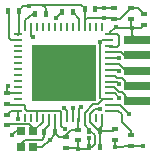
<source format=gbl>
%TF.GenerationSoftware,KiCad,Pcbnew,4.0.6+dfsg1-1*%
%TF.CreationDate,2017-09-07T21:46:30+02:00*%
%TF.ProjectId,fx2grok-tiny,66783267726F6B2D74696E792E6B6963,rev?*%
%TF.FileFunction,Copper,L2,Bot,Signal*%
%FSLAX46Y46*%
G04 Gerber Fmt 4.6, Leading zero omitted, Abs format (unit mm)*
G04 Created by KiCad (PCBNEW 4.0.6+dfsg1-1) date Thu Sep  7 21:46:30 2017*
%MOMM*%
%LPD*%
G01*
G04 APERTURE LIST*
%ADD10C,0.150000*%
%ADD11R,0.599440X0.398780*%
%ADD12R,5.499100X4.800600*%
%ADD13R,0.690880X0.279400*%
%ADD14R,0.279400X0.690880*%
%ADD15R,0.398780X0.599440*%
%ADD16R,0.650240X0.749300*%
%ADD17R,2.200300X0.759460*%
%ADD18C,0.449580*%
%ADD19C,0.127000*%
G04 APERTURE END LIST*
D10*
D11*
X77343000Y-39311580D03*
X77343000Y-38412420D03*
D12*
X73101200Y-43865800D03*
D13*
X76946760Y-40612060D03*
X76946760Y-41112440D03*
X76946760Y-41612820D03*
X76946760Y-42113200D03*
X76946760Y-42611040D03*
X76946760Y-43111420D03*
X76946760Y-43611800D03*
X76946760Y-44112180D03*
X76946760Y-44612560D03*
X76946760Y-45112940D03*
X76946760Y-45613320D03*
X76946760Y-46113700D03*
X76946760Y-46611540D03*
X76946760Y-47111920D03*
D14*
X76347320Y-40012620D03*
X75846940Y-40012620D03*
X75346560Y-40012620D03*
X74846180Y-40012620D03*
X74345800Y-40012620D03*
X73845420Y-40012620D03*
X73345040Y-40012620D03*
X72847200Y-40012620D03*
X72346820Y-40012620D03*
X71846440Y-40012620D03*
X71346060Y-40012620D03*
X70845680Y-40012620D03*
X70345300Y-40012620D03*
X69847460Y-40012620D03*
D13*
X69245480Y-40612060D03*
X69245480Y-41064180D03*
X69245480Y-41562020D03*
X69245480Y-42062400D03*
X69245480Y-42562780D03*
X69245480Y-43063160D03*
X69245480Y-43563540D03*
X69245480Y-44063920D03*
X69245480Y-44564300D03*
X69245480Y-45062140D03*
X69245480Y-45562520D03*
X69245480Y-46062900D03*
X69245480Y-46563280D03*
X69245480Y-47063660D03*
D14*
X69844920Y-47663100D03*
X70345300Y-47663100D03*
X70845680Y-47663100D03*
X71346060Y-47663100D03*
X71846440Y-47663100D03*
X72346820Y-47663100D03*
X72847200Y-47663100D03*
X73345040Y-47663100D03*
X73845420Y-47663100D03*
X74345800Y-47663100D03*
X74846180Y-47663100D03*
X75346560Y-47663100D03*
X75846940Y-47663100D03*
X76347320Y-47663100D03*
D11*
X79883000Y-38920420D03*
X79883000Y-39819580D03*
D15*
X74861420Y-38481000D03*
X75760580Y-38481000D03*
X71569580Y-38862000D03*
X70670420Y-38862000D03*
D11*
X78740000Y-38412420D03*
X78740000Y-39311580D03*
D15*
X75242420Y-50165000D03*
X76141580Y-50165000D03*
X75242420Y-48768000D03*
X76141580Y-48768000D03*
D11*
X68300600Y-46499780D03*
X68300600Y-45600620D03*
X74295000Y-49598580D03*
X74295000Y-48699420D03*
X77406500Y-49535080D03*
X77406500Y-48635920D03*
D15*
X71432420Y-48895000D03*
X72331580Y-48895000D03*
D11*
X68300600Y-48300640D03*
X68300600Y-47401480D03*
D15*
X69283580Y-38608000D03*
X68384420Y-38608000D03*
D11*
X73279000Y-50233580D03*
X73279000Y-49334420D03*
X78740000Y-49143920D03*
X78740000Y-50043080D03*
D15*
X72956420Y-38735000D03*
X73855580Y-38735000D03*
D16*
X69476620Y-50129440D03*
X69476620Y-48831500D03*
X70477380Y-48831500D03*
X70477380Y-50129440D03*
D17*
X79281020Y-41127680D03*
X79281020Y-42402760D03*
X79281020Y-43677840D03*
X79281020Y-44952920D03*
X79281020Y-46228000D03*
D18*
X73850500Y-46824900D03*
X73149460Y-46875700D03*
X77800200Y-45974000D03*
X77800200Y-44856400D03*
X77724000Y-43688000D03*
X77800200Y-42646600D03*
X78613000Y-47371000D03*
X74549000Y-46736000D03*
X76174600Y-46939200D03*
X68707000Y-49149000D03*
X77470000Y-40005000D03*
X76454000Y-38354000D03*
X69215000Y-47752000D03*
X78867000Y-40068500D03*
X68326000Y-44958000D03*
X71882000Y-49530000D03*
X70500240Y-40876220D03*
X70104000Y-38227000D03*
X76454000Y-39243000D03*
X79756000Y-50038000D03*
X77406500Y-50165000D03*
X76174600Y-41224200D03*
X75184000Y-49403000D03*
X73152000Y-48641000D03*
X74295000Y-50292000D03*
X72390000Y-39243000D03*
D19*
X73845420Y-46829980D02*
X73845420Y-47663100D01*
X73850500Y-46824900D02*
X73845420Y-46829980D01*
X73149460Y-46875700D02*
X73345040Y-47071280D01*
X73345040Y-47071280D02*
X73345040Y-47663100D01*
X74345800Y-40012620D02*
X74345800Y-39352220D01*
X74345800Y-39352220D02*
X73855580Y-38735000D01*
X77800200Y-45974000D02*
X77439520Y-45613320D01*
X77439520Y-45613320D02*
X76946760Y-45613320D01*
X77724000Y-45466000D02*
X77370940Y-45112940D01*
X77370940Y-45112940D02*
X76946760Y-45112940D01*
X78232000Y-45847000D02*
X78656180Y-46271180D01*
X78232000Y-45720000D02*
X78232000Y-45847000D01*
X77978000Y-45466000D02*
X78232000Y-45720000D01*
X77724000Y-45466000D02*
X77978000Y-45466000D01*
X78656180Y-46271180D02*
X79458820Y-46271180D01*
X77800200Y-44856400D02*
X77556360Y-44612560D01*
X77556360Y-44612560D02*
X76946760Y-44612560D01*
X77597000Y-44323000D02*
X77386180Y-44112180D01*
X77597000Y-44323000D02*
X77978000Y-44323000D01*
X78651100Y-44996100D02*
X77978000Y-44323000D01*
X77386180Y-44112180D02*
X76946760Y-44112180D01*
X78651100Y-44996100D02*
X79458820Y-44996100D01*
X76946760Y-43611800D02*
X77647800Y-43611800D01*
X77647800Y-43611800D02*
X77724000Y-43688000D01*
X78392020Y-43721020D02*
X77782420Y-43111420D01*
X77782420Y-43111420D02*
X76946760Y-43111420D01*
X78392020Y-43721020D02*
X79458820Y-43721020D01*
X77800200Y-42646600D02*
X77764640Y-42611040D01*
X77764640Y-42611040D02*
X76946760Y-42611040D01*
X78259940Y-42445940D02*
X77927200Y-42113200D01*
X77927200Y-42113200D02*
X76946760Y-42113200D01*
X78259940Y-42445940D02*
X79458820Y-42445940D01*
X78259940Y-42445940D02*
X79458820Y-42445940D01*
X78846680Y-42445940D02*
X79458820Y-42445940D01*
X69847460Y-40012620D02*
X69847460Y-39372540D01*
X69847460Y-39372540D02*
X70485000Y-38862000D01*
X70485000Y-38862000D02*
X70670420Y-38862000D01*
X77978000Y-47371000D02*
X77718920Y-47111920D01*
X78740000Y-48768000D02*
X77978000Y-48006000D01*
X77978000Y-48006000D02*
X77978000Y-47371000D01*
X78740000Y-49143920D02*
X78740000Y-48768000D01*
X77718920Y-47111920D02*
X76946760Y-47111920D01*
X78613000Y-47371000D02*
X77853540Y-46611540D01*
X77853540Y-46611540D02*
X76946760Y-46611540D01*
X68453000Y-40894000D02*
X68623180Y-41064180D01*
X68453000Y-38676580D02*
X68453000Y-40894000D01*
X68623180Y-41064180D02*
X69245480Y-41064180D01*
X68384420Y-38608000D02*
X68453000Y-38676580D01*
X69476620Y-50129440D02*
X69476620Y-49852580D01*
X69476620Y-49852580D02*
X69850000Y-49530000D01*
X69850000Y-49530000D02*
X71247000Y-49530000D01*
X71247000Y-49530000D02*
X71432420Y-49344580D01*
X71432420Y-49344580D02*
X71432420Y-48895000D01*
X71432420Y-48895000D02*
X71432420Y-48709580D01*
X71432420Y-48709580D02*
X71846440Y-48295560D01*
X71846440Y-48295560D02*
X71846440Y-47663100D01*
X70477380Y-48831500D02*
X70477380Y-48582580D01*
X70477380Y-48582580D02*
X70104000Y-48234600D01*
X70104000Y-48234600D02*
X68341240Y-48234600D01*
X70477380Y-48831500D02*
X70497700Y-48831500D01*
X70497700Y-48831500D02*
X71346060Y-48000920D01*
X71346060Y-48000920D02*
X71346060Y-47663100D01*
X77343000Y-38412420D02*
X76512420Y-38412420D01*
X76512420Y-38412420D02*
X76454000Y-38354000D01*
X75346560Y-47335440D02*
X75742800Y-46939200D01*
X74549000Y-46736000D02*
X74345800Y-46939200D01*
X74345800Y-46939200D02*
X74345800Y-47663100D01*
X75742800Y-46939200D02*
X76174600Y-46939200D01*
X68300600Y-45600620D02*
X68338700Y-45562520D01*
X68338700Y-45562520D02*
X69245480Y-45562520D01*
X68300600Y-47401480D02*
X68638420Y-47063660D01*
X68638420Y-47063660D02*
X69245480Y-47063660D01*
X70345300Y-40012620D02*
X70345300Y-40721280D01*
X70345300Y-40721280D02*
X70500240Y-40876220D01*
X77597000Y-41656000D02*
X77724000Y-41529000D01*
X76946760Y-40612060D02*
X77569060Y-40612060D01*
X77724000Y-40767000D02*
X77569060Y-40612060D01*
X77597000Y-41656000D02*
X76989940Y-41656000D01*
X77724000Y-41529000D02*
X77724000Y-40767000D01*
X68707000Y-49149000D02*
X69024500Y-48831500D01*
X69024500Y-48831500D02*
X69476620Y-48831500D01*
X71882000Y-49530000D02*
X71282560Y-50129440D01*
X71282560Y-50129440D02*
X70477380Y-50129440D01*
X76946760Y-40612060D02*
X76946760Y-40495220D01*
X76946760Y-40495220D02*
X77470000Y-40005000D01*
X77470000Y-40005000D02*
X77470000Y-40050720D01*
X77470000Y-40050720D02*
X77470000Y-40005000D01*
X77470000Y-40005000D02*
X77470000Y-40050720D01*
X78821280Y-40050720D02*
X78867000Y-40005000D01*
X78867000Y-40068500D02*
X78867000Y-40005000D01*
X77470000Y-40050720D02*
X78821280Y-40050720D01*
X76454000Y-38354000D02*
X75887580Y-38354000D01*
X75887580Y-38354000D02*
X75760580Y-38481000D01*
X79883000Y-39819580D02*
X79634080Y-40068500D01*
X79634080Y-40068500D02*
X78867000Y-40068500D01*
X78740000Y-39311580D02*
X78740000Y-39941500D01*
X78740000Y-39941500D02*
X78867000Y-40068500D01*
X69245480Y-47063660D02*
X69245480Y-47721520D01*
X69245480Y-47721520D02*
X69215000Y-47752000D01*
X76141580Y-48768000D02*
X76073000Y-48768000D01*
X76073000Y-48768000D02*
X75346560Y-48008540D01*
X75346560Y-48008540D02*
X75346560Y-47663100D01*
X76141580Y-48572420D02*
X76347320Y-48366680D01*
X76347320Y-48366680D02*
X76347320Y-47663100D01*
X75346560Y-47663100D02*
X75346560Y-48008540D01*
X76141580Y-48768000D02*
X77274420Y-48768000D01*
X77274420Y-48768000D02*
X77406500Y-48635920D01*
X79397860Y-41170860D02*
X78867000Y-40640000D01*
X78867000Y-40640000D02*
X78867000Y-40068500D01*
X75346560Y-47663100D02*
X75346560Y-47335440D01*
X73279000Y-49334420D02*
X73279000Y-49149000D01*
X73279000Y-49149000D02*
X73728580Y-48699420D01*
X73728580Y-48699420D02*
X74295000Y-48699420D01*
X72331580Y-48895000D02*
X72331580Y-48963580D01*
X72331580Y-48963580D02*
X72702420Y-49334420D01*
X72702420Y-49334420D02*
X73279000Y-49334420D01*
X68300600Y-45600620D02*
X68300600Y-44983400D01*
X68300600Y-44983400D02*
X68326000Y-44958000D01*
X71882000Y-49530000D02*
X72331580Y-49080420D01*
X72331580Y-49080420D02*
X72331580Y-48895000D01*
X76141580Y-50165000D02*
X76141580Y-48768000D01*
X76141580Y-48768000D02*
X76141580Y-48572420D01*
X74295000Y-48699420D02*
X74295000Y-47713900D01*
X74295000Y-47713900D02*
X74345800Y-47663100D01*
X72331580Y-48895000D02*
X72331580Y-47678340D01*
X72331580Y-47678340D02*
X72346820Y-47663100D01*
X70345300Y-40721280D02*
X70500240Y-40876220D01*
X69240400Y-45567600D02*
X69245480Y-45562520D01*
X69824600Y-46649640D02*
X69738240Y-46563280D01*
X70899020Y-47099220D02*
X69974460Y-47099220D01*
X69974460Y-47099220D02*
X69824600Y-46949360D01*
X69824600Y-46949360D02*
X69824600Y-46649640D01*
X69738240Y-46563280D02*
X69245480Y-46563280D01*
X68300600Y-46499780D02*
X68364100Y-46563280D01*
X68364100Y-46563280D02*
X69245480Y-46563280D01*
X75572620Y-46550580D02*
X74846180Y-47277020D01*
X74846180Y-47277020D02*
X74846180Y-47663100D01*
X75948540Y-46550580D02*
X76385420Y-46113700D01*
X74846180Y-47663100D02*
X74846180Y-47277020D01*
X75572620Y-46550580D02*
X75948540Y-46550580D01*
X76385420Y-46113700D02*
X76946760Y-46113700D01*
X76946760Y-46113700D02*
X76934060Y-46101000D01*
X76934060Y-46101000D02*
X76301600Y-46101000D01*
X76174600Y-41224200D02*
X76286360Y-41112440D01*
X76286360Y-41112440D02*
X76946760Y-41112440D01*
X69283580Y-38608000D02*
X69664580Y-38227000D01*
X69664580Y-38227000D02*
X70104000Y-38227000D01*
X71569580Y-38862000D02*
X71569580Y-38422580D01*
X71569580Y-38422580D02*
X71247000Y-38100000D01*
X74861420Y-38481000D02*
X74861420Y-38412420D01*
X74861420Y-38412420D02*
X74549000Y-38100000D01*
X70231000Y-38100000D02*
X70104000Y-38227000D01*
X71247000Y-38100000D02*
X70231000Y-38100000D01*
X74549000Y-38100000D02*
X71247000Y-38100000D01*
X74295000Y-50292000D02*
X75115420Y-50292000D01*
X75115420Y-50292000D02*
X75242420Y-50165000D01*
X69245480Y-40612060D02*
X69283580Y-40573960D01*
X69283580Y-40573960D02*
X69283580Y-38608000D01*
X74846180Y-40012620D02*
X74846180Y-38496240D01*
X74846180Y-38496240D02*
X74861420Y-38481000D01*
X77343000Y-39311580D02*
X77840840Y-39311580D01*
X77840840Y-39311580D02*
X78740000Y-38412420D01*
X79883000Y-38920420D02*
X79375000Y-38412420D01*
X79375000Y-38412420D02*
X78740000Y-38412420D01*
X76454000Y-39243000D02*
X76454000Y-39199820D01*
X76454000Y-39199820D02*
X76454000Y-39243000D01*
X76454000Y-39243000D02*
X76454000Y-39199820D01*
X75044300Y-39199820D02*
X76454000Y-39199820D01*
X76454000Y-39199820D02*
X77231240Y-39199820D01*
X77231240Y-39199820D02*
X77343000Y-39311580D01*
X79750920Y-50043080D02*
X78740000Y-50043080D01*
X79756000Y-50038000D02*
X79750920Y-50043080D01*
X77406500Y-49535080D02*
X77406500Y-50165000D01*
X78740000Y-50043080D02*
X78226920Y-50043080D01*
X78105000Y-50165000D02*
X77406500Y-50165000D01*
X78226920Y-50043080D02*
X78105000Y-50165000D01*
X76174600Y-45974000D02*
X76174600Y-41224200D01*
X76301600Y-46101000D02*
X76174600Y-45974000D01*
X72847200Y-47663100D02*
X72847200Y-48336200D01*
X75242420Y-49461420D02*
X75242420Y-50165000D01*
X75184000Y-49403000D02*
X75242420Y-49461420D01*
X72847200Y-48336200D02*
X73152000Y-48641000D01*
X75311000Y-48768000D02*
X75692000Y-49149000D01*
X75692000Y-49911000D02*
X75438000Y-50165000D01*
X75692000Y-49149000D02*
X75692000Y-49911000D01*
X75438000Y-50165000D02*
X75242420Y-50165000D01*
X73279000Y-50233580D02*
X74236580Y-50233580D01*
X74236580Y-50233580D02*
X74295000Y-50292000D01*
X74295000Y-50292000D02*
X74295000Y-49598580D01*
X75242420Y-48699420D02*
X74846180Y-48303180D01*
X74846180Y-48303180D02*
X74846180Y-47663100D01*
X75044300Y-39199820D02*
X74846180Y-39397940D01*
X70845680Y-47152560D02*
X70845680Y-47663100D01*
X69215000Y-40642540D02*
X69245480Y-40612060D01*
X72748140Y-47099220D02*
X70899020Y-47099220D01*
X70899020Y-47099220D02*
X70845680Y-47152560D01*
X72847200Y-47663100D02*
X72847200Y-47198280D01*
X72847200Y-47198280D02*
X72748140Y-47099220D01*
X74846180Y-39397940D02*
X74846180Y-40012620D01*
X72898000Y-38735000D02*
X72390000Y-39243000D01*
M02*

</source>
